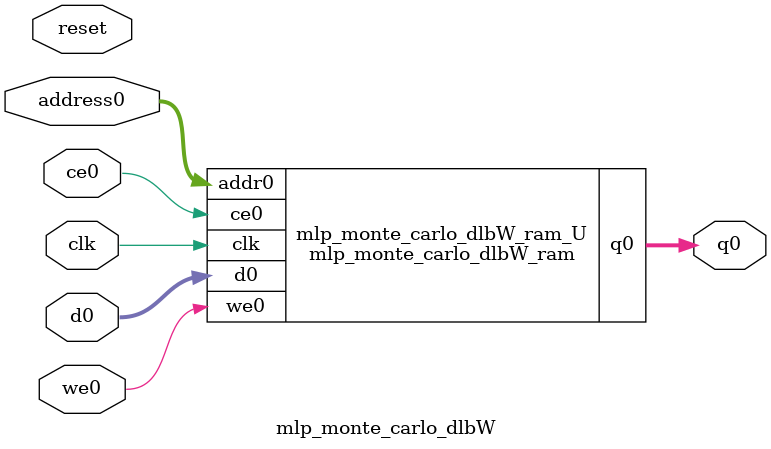
<source format=v>
`timescale 1 ns / 1 ps
module mlp_monte_carlo_dlbW_ram (addr0, ce0, d0, we0, q0,  clk);

parameter DWIDTH = 16;
parameter AWIDTH = 6;
parameter MEM_SIZE = 64;

input[AWIDTH-1:0] addr0;
input ce0;
input[DWIDTH-1:0] d0;
input we0;
output reg[DWIDTH-1:0] q0;
input clk;

(* ram_style = "block" *)reg [DWIDTH-1:0] ram[0:MEM_SIZE-1];




always @(posedge clk)  
begin 
    if (ce0) begin
        if (we0) 
            ram[addr0] <= d0; 
        q0 <= ram[addr0];
    end
end


endmodule

`timescale 1 ns / 1 ps
module mlp_monte_carlo_dlbW(
    reset,
    clk,
    address0,
    ce0,
    we0,
    d0,
    q0);

parameter DataWidth = 32'd16;
parameter AddressRange = 32'd64;
parameter AddressWidth = 32'd6;
input reset;
input clk;
input[AddressWidth - 1:0] address0;
input ce0;
input we0;
input[DataWidth - 1:0] d0;
output[DataWidth - 1:0] q0;



mlp_monte_carlo_dlbW_ram mlp_monte_carlo_dlbW_ram_U(
    .clk( clk ),
    .addr0( address0 ),
    .ce0( ce0 ),
    .we0( we0 ),
    .d0( d0 ),
    .q0( q0 ));

endmodule


</source>
